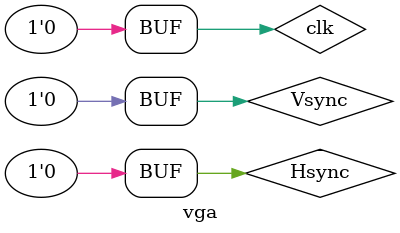
<source format=v>
`timescale 1ns / 1ps


module vga;

	// Inputs
	reg clk;
	reg Hsync;
	reg Vsync;

	// Outputs
	wire [3:0] red;
	wire [3:0] green;
	wire [3:0] blue;

	// Instantiate the Unit Under Test (UUT)
	top uut (
		.clk(clk), 
		.Hsync(Hsync), 
		.Vsync(Vsync), 
		.red(red), 
		.green(green), 
		.blue(blue)
	);

	initial begin
		// Initialize Inputs
		clk = 0;
		Hsync = 0;
		Vsync = 0;

		// Wait 100 ns for global reset to finish
		#100;
        
		// Add stimulus here

	end
      
endmodule


</source>
